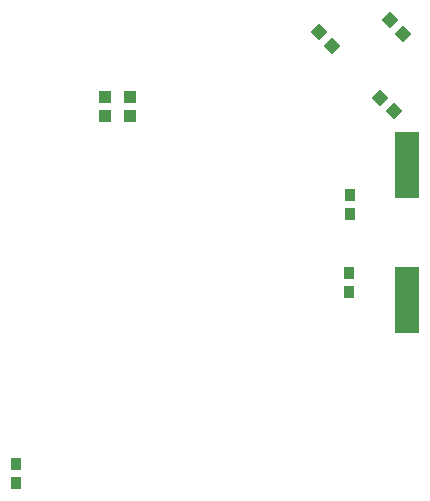
<source format=gbp>
G04*
G04 #@! TF.GenerationSoftware,Altium Limited,Altium Designer,21.6.4 (81)*
G04*
G04 Layer_Color=128*
%FSLAX25Y25*%
%MOIN*%
G70*
G04*
G04 #@! TF.SameCoordinates,AE92149D-F2BC-473A-8121-C18DD6311B00*
G04*
G04*
G04 #@! TF.FilePolarity,Positive*
G04*
G01*
G75*
%ADD21R,0.03740X0.03937*%
%ADD28R,0.03937X0.04134*%
G04:AMPARAMS|DCode=92|XSize=39.37mil|YSize=41.34mil|CornerRadius=0mil|HoleSize=0mil|Usage=FLASHONLY|Rotation=225.000|XOffset=0mil|YOffset=0mil|HoleType=Round|Shape=Rectangle|*
%AMROTATEDRECTD92*
4,1,4,-0.00070,0.02854,0.02854,-0.00070,0.00070,-0.02854,-0.02854,0.00070,-0.00070,0.02854,0.0*
%
%ADD92ROTATEDRECTD92*%

%ADD93R,0.08268X0.22047*%
D21*
X76378Y54724D02*
D03*
Y48425D02*
D03*
X-35149Y-35077D02*
D03*
Y-41376D02*
D03*
X75984Y28740D02*
D03*
Y22441D02*
D03*
D28*
X2756Y81102D02*
D03*
Y87402D02*
D03*
X-5512Y81102D02*
D03*
Y87402D02*
D03*
D92*
X90752Y82653D02*
D03*
X86298Y87107D02*
D03*
X70337Y104466D02*
D03*
X65883Y108920D02*
D03*
X89505Y112857D02*
D03*
X93959Y108403D02*
D03*
D93*
X95276Y64567D02*
D03*
Y19685D02*
D03*
M02*

</source>
